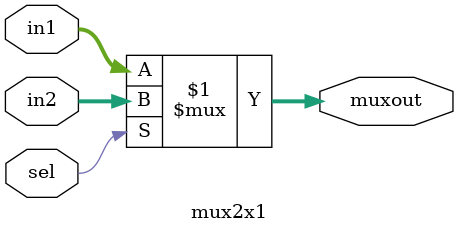
<source format=v>
module mux2x1(
 input [7:0] in1, in2,
 input sel,
 output [7:0] muxout
);

 assign muxout =sel?in2:in1;

endmodule
</source>
